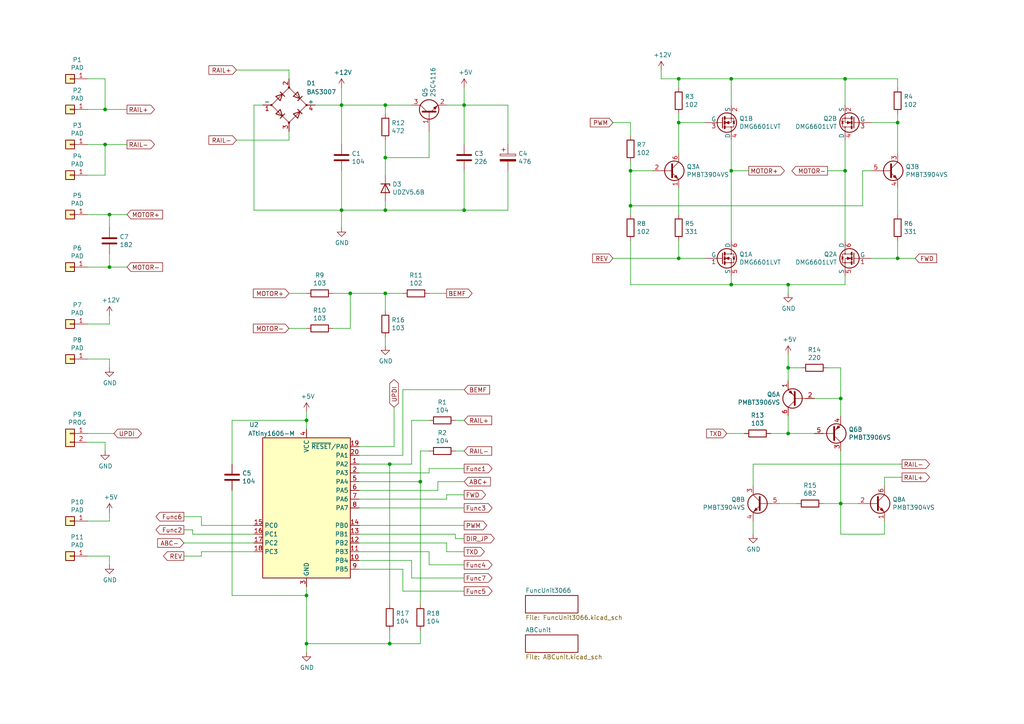
<source format=kicad_sch>
(kicad_sch (version 20230121) (generator eeschema)
  (paper "A4")
  (lib_symbols
    (symbol "6pin-mosfet:DMG6601LVT" (pin_names (offset 0))
      (property "Reference" "Q" (at 6.35 1.905 0))
      (property "Value" "DMG6601LVT" (at 6.35 0 0))
      (property "Footprint" "SOT-23-6" (at 6.35 -1.905 0))
      (property "Datasheet" "http://www.diodes.com/_files/datasheets/DMG6601LVT.pdf" (at 0 0 0))
      (symbol "DMG6601LVT_0_1"
        (polyline (pts (xy 0.635 -1.016) (xy 0.635 -1.651)) (stroke (width 0.508)))
        (polyline (pts (xy 0.635 0.381) (xy 0.635 -0.381)) (stroke (width 0.508)))
        (polyline (pts (xy 0.635 1.651) (xy 0.635 1.016)) (stroke (width 0.508)))
        (polyline (pts (xy 3.048 0.381) (xy 2.921 0.254)))
        (polyline (pts (xy 3.048 0.381) (xy 3.556 0.381)))
        (polyline (pts (xy 3.556 0.381) (xy 3.683 0.508)))
        (polyline (pts (xy 0 1.524) (xy 0 -1.524) (xy 0 -1.524)) (stroke (width 0.254)))
        (polyline (pts (xy 0.762 -1.27) (xy 2.54 -1.27) (xy 2.54 -2.54) (xy 2.54 -2.54)))
        (polyline (pts (xy 0.762 1.27) (xy 2.54 1.27) (xy 2.54 2.54) (xy 2.54 2.54)))
        (polyline (pts (xy 2.54 1.27) (xy 3.302 1.27) (xy 3.302 -1.27) (xy 2.54 -1.27)))
        (polyline (pts (xy 3.302 0.381) (xy 3.048 -0.254) (xy 3.556 -0.254) (xy 3.302 0.381)) (fill (type outline)))
        (polyline (pts (xy 0.889 0) (xy 1.905 0.381) (xy 1.905 -0.381) (xy 0.889 0) (xy 1.016 0) (xy 1.016 0)) (fill (type outline)))
        (circle (center 1.27 0) (radius 2.8194) (stroke (width 0.254)))
        (circle (center 2.54 -1.27) (radius 0.127))
        (circle (center 2.54 1.27) (radius 0.127))
      )
      (symbol "DMG6601LVT_1_1"
        (polyline (pts (xy 0.762 0) (xy 1.27 0) (xy 2.54 0) (xy 2.54 -1.27) (xy 2.54 -1.27)))
        (pin passive line (at -5.08 0 0) (length 5.08) (name "G") (number "1"))
        (pin passive line (at 2.54 -5.08 90) (length 2.54) (name "S") (number "5"))
        (pin passive line (at 2.54 5.08 270) (length 2.54) (name "D") (number "6"))
      )
      (symbol "DMG6601LVT_2_1"
        (polyline (pts (xy 1.27 0) (xy 2.54 0) (xy 2.54 1.27)))
        (pin passive line (at 2.54 5.08 270) (length 2.54) (name "S") (number "2"))
        (pin passive line (at -5.08 0 0) (length 5.08) (name "G") (number "3"))
        (pin passive line (at 2.54 -5.08 90) (length 2.54) (name "D") (number "4"))
      )
    )
    (symbol "Connector_Generic:Conn_01x01" (pin_names (offset 1.016) hide)
      (property "Reference" "J" (at 0 2.54 0))
      (property "Value" "Conn_01x01" (at 0 -2.54 0))
      (symbol "Conn_01x01_1_1"
        (rectangle (start -1.27 0.127) (end 0 -0.127) (stroke (width 0.1524)))
        (rectangle (start -1.27 1.27) (end 1.27 -1.27) (stroke (width 0.254)) (fill (type background)))
        (pin passive line (at -5.08 0 0) (length 3.81) (name "Pin_1") (number "1"))
      )
    )
    (symbol "Connector_Generic:Conn_01x02" (pin_names (offset 1.016) hide)
      (property "Reference" "J" (at 0 2.54 0))
      (property "Value" "Conn_01x02" (at 0 -5.08 0))
      (symbol "Conn_01x02_1_1"
        (rectangle (start -1.27 -2.413) (end 0 -2.667) (stroke (width 0.1524)))
        (rectangle (start -1.27 0.127) (end 0 -0.127) (stroke (width 0.1524)))
        (rectangle (start -1.27 1.27) (end 1.27 -3.81) (stroke (width 0.254)) (fill (type background)))
        (pin passive line (at -5.08 0 0) (length 3.81) (name "Pin_1") (number "1"))
        (pin passive line (at -5.08 -2.54 0) (length 3.81) (name "Pin_2") (number "2"))
      )
    )
    (symbol "Device:C" (pin_numbers hide) (pin_names (offset 0.254))
      (property "Reference" "C" (at 0.635 2.54 0))
      (property "Value" "C" (at 0.635 -2.54 0))
      (symbol "C_0_1"
        (polyline (pts (xy -2.032 -0.762) (xy 2.032 -0.762)) (stroke (width 0.508)))
        (polyline (pts (xy -2.032 0.762) (xy 2.032 0.762)) (stroke (width 0.508)))
      )
      (symbol "C_1_1"
        (pin passive line (at 0 3.81 270) (length 2.794) (name "~") (number "1"))
        (pin passive line (at 0 -3.81 90) (length 2.794) (name "~") (number "2"))
      )
    )
    (symbol "Device:D_Bridge_-AA+" (pin_names (offset 0))
      (property "Reference" "D" (at 2.54 6.985 0))
      (property "Value" "D_Bridge_-AA+" (at 2.54 5.08 0))
      (symbol "D_Bridge_-AA+_0_1"
        (circle (center -5.08 0) (radius 0.254) (fill (type outline)))
        (circle (center 0 -5.08) (radius 0.254) (fill (type outline)))
        (polyline (pts (xy -2.54 3.81) (xy -1.27 2.54)) (stroke (width 0.254)))
        (polyline (pts (xy -1.27 -2.54) (xy -2.54 -3.81)) (stroke (width 0.254)))
        (polyline (pts (xy 2.54 -1.27) (xy 3.81 -2.54)) (stroke (width 0.254)))
        (polyline (pts (xy 2.54 1.27) (xy 3.81 2.54)) (stroke (width 0.254)))
        (polyline (pts (xy -3.81 2.54) (xy -2.54 1.27) (xy -1.905 3.175) (xy -3.81 2.54)) (stroke (width 0.254)))
        (polyline (pts (xy -2.54 -1.27) (xy -3.81 -2.54) (xy -1.905 -3.175) (xy -2.54 -1.27)) (stroke (width 0.254)))
        (polyline (pts (xy 1.27 2.54) (xy 2.54 3.81) (xy 3.175 1.905) (xy 1.27 2.54)) (stroke (width 0.254)))
        (polyline (pts (xy 3.175 -1.905) (xy 1.27 -2.54) (xy 2.54 -3.81) (xy 3.175 -1.905)) (stroke (width 0.254)))
        (polyline (pts (xy -5.08 0) (xy 0 -5.08) (xy 5.08 0) (xy 0 5.08) (xy -5.08 0)))
        (circle (center 0 5.08) (radius 0.254) (fill (type outline)))
        (circle (center 5.08 0) (radius 0.254) (fill (type outline)))
      )
      (symbol "D_Bridge_-AA+_1_1"
        (pin passive line (at -7.62 0 0) (length 2.54) (name "-") (number "1"))
        (pin passive line (at 0 7.62 270) (length 2.54) (name "~") (number "2"))
        (pin passive line (at 0 -7.62 90) (length 2.54) (name "~") (number "3"))
        (pin passive line (at 7.62 0 180) (length 2.54) (name "+") (number "4"))
      )
    )
    (symbol "Device:D_Zener" (pin_numbers hide) (pin_names (offset 1.016) hide)
      (property "Reference" "D" (at 0 2.54 0))
      (property "Value" "D_Zener" (at 0 -2.54 0))
      (symbol "D_Zener_0_1"
        (polyline (pts (xy 1.27 0) (xy -1.27 0)))
        (polyline (pts (xy -1.27 -1.27) (xy -1.27 1.27) (xy -0.762 1.27)) (stroke (width 0.254)))
        (polyline (pts (xy 1.27 -1.27) (xy 1.27 1.27) (xy -1.27 0) (xy 1.27 -1.27)) (stroke (width 0.254)))
      )
      (symbol "D_Zener_1_1"
        (pin passive line (at -3.81 0 0) (length 2.54) (name "K") (number "1"))
        (pin passive line (at 3.81 0 180) (length 2.54) (name "A") (number "2"))
      )
    )
    (symbol "Device:Q_NPN_BEC" (pin_names (offset 0) hide)
      (property "Reference" "Q" (at 5.08 1.27 0))
      (property "Value" "Q_NPN_BEC" (at 5.08 -1.27 0))
      (symbol "Q_NPN_BEC_0_1"
        (polyline (pts (xy 0.635 0.635) (xy 2.54 2.54)))
        (polyline (pts (xy 0.635 -0.635) (xy 2.54 -2.54) (xy 2.54 -2.54)))
        (polyline (pts (xy 0.635 1.905) (xy 0.635 -1.905) (xy 0.635 -1.905)) (stroke (width 0.508)))
        (polyline (pts (xy 1.27 -1.778) (xy 1.778 -1.27) (xy 2.286 -2.286) (xy 1.27 -1.778) (xy 1.27 -1.778)) (fill (type outline)))
        (circle (center 1.27 0) (radius 2.8194) (stroke (width 0.254)))
      )
      (symbol "Q_NPN_BEC_1_1"
        (pin input line (at -5.08 0 0) (length 5.715) (name "B") (number "1"))
        (pin passive line (at 2.54 -5.08 90) (length 2.54) (name "E") (number "2"))
        (pin passive line (at 2.54 5.08 270) (length 2.54) (name "C") (number "3"))
      )
    )
    (symbol "Device:R" (pin_numbers hide) (pin_names (offset 0))
      (property "Reference" "R" (at 2.032 0 90))
      (property "Value" "R" (at 0 0 90))
      (symbol "R_0_1"
        (rectangle (start -1.016 -2.54) (end 1.016 2.54) (stroke (width 0.254)))
      )
      (symbol "R_1_1"
        (pin passive line (at 0 3.81 270) (length 1.27) (name "~") (number "1"))
        (pin passive line (at 0 -3.81 90) (length 1.27) (name "~") (number "2"))
      )
    )
    (symbol "MCU_Microchip_ATtiny:ATtiny1606-M"
      (property "Reference" "U" (at -12.7 21.59 0))
      (property "Value" "ATtiny1606-M" (at 2.54 -21.59 0))
      (symbol "ATtiny1606-M_0_1"
        (rectangle (start -12.7 -20.32) (end 12.7 20.32) (stroke (width 0.254)) (fill (type background)))
      )
      (symbol "ATtiny1606-M_1_1"
        (pin bidirectional line (at 15.24 12.7 180) (length 2.54) (name "PA2") (number "1"))
        (pin bidirectional line (at 15.24 -15.24 180) (length 2.54) (name "PB4") (number "10"))
        (pin bidirectional line (at 15.24 -12.7 180) (length 2.54) (name "PB3") (number "11"))
        (pin bidirectional line (at 15.24 -10.16 180) (length 2.54) (name "PB2") (number "12"))
        (pin bidirectional line (at 15.24 -7.62 180) (length 2.54) (name "PB1") (number "13"))
        (pin bidirectional line (at 15.24 -5.08 180) (length 2.54) (name "PB0") (number "14"))
        (pin bidirectional line (at -15.24 -5.08 0) (length 2.54) (name "PC0") (number "15"))
        (pin bidirectional line (at -15.24 -7.62 0) (length 2.54) (name "PC1") (number "16"))
        (pin bidirectional line (at -15.24 -10.16 0) (length 2.54) (name "PC2") (number "17"))
        (pin bidirectional line (at -15.24 -12.7 0) (length 2.54) (name "PC3") (number "18"))
        (pin bidirectional line (at 15.24 17.78 180) (length 2.54) (name "~{RESET}/PA0") (number "19"))
        (pin bidirectional line (at 15.24 10.16 180) (length 2.54) (name "PA3") (number "2"))
        (pin bidirectional line (at 15.24 15.24 180) (length 2.54) (name "PA1") (number "20"))
        (pin passive line (at 0 -22.86 90) (length 2.54) hide (name "GND") (number "21"))
        (pin power_in line (at 0 -22.86 90) (length 2.54) (name "GND") (number "3"))
        (pin power_in line (at 0 22.86 270) (length 2.54) (name "VCC") (number "4"))
        (pin bidirectional line (at 15.24 7.62 180) (length 2.54) (name "PA4") (number "5"))
        (pin bidirectional line (at 15.24 5.08 180) (length 2.54) (name "PA5") (number "6"))
        (pin bidirectional line (at 15.24 2.54 180) (length 2.54) (name "PA6") (number "7"))
        (pin bidirectional line (at 15.24 0 180) (length 2.54) (name "PA7") (number "8"))
        (pin bidirectional line (at 15.24 -17.78 180) (length 2.54) (name "PB5") (number "9"))
      )
    )
    (symbol "motordecoder2-rescue:CP-Device" (pin_numbers hide) (pin_names (offset 0.254))
      (property "Reference" "C" (at 0.635 2.54 0))
      (property "Value" "Device_CP" (at 0.635 -2.54 0))
      (symbol "CP-Device_0_1"
        (rectangle (start -2.286 0.508) (end 2.286 1.016))
        (polyline (pts (xy -1.778 2.286) (xy -0.762 2.286)))
        (polyline (pts (xy -1.27 2.794) (xy -1.27 1.778)))
        (rectangle (start 2.286 -0.508) (end -2.286 -1.016) (fill (type outline)))
      )
      (symbol "CP-Device_1_1"
        (pin passive line (at 0 3.81 270) (length 2.794) (name "~") (number "1"))
        (pin passive line (at 0 -3.81 90) (length 2.794) (name "~") (number "2"))
      )
    )
    (symbol "motordecoder2-rescue:Q_DUAL_NPN_NPN_E1B1C2E2B2C1-Device" (pin_names (offset 0) hide)
      (property "Reference" "Q" (at 5.08 1.27 0))
      (property "Value" "Device_Q_DUAL_NPN_NPN_E1B1C2E2B2C1" (at 5.08 -1.27 0))
      (symbol "Q_DUAL_NPN_NPN_E1B1C2E2B2C1-Device_0_1"
        (polyline (pts (xy 0.635 0) (xy -2.54 0)))
        (polyline (pts (xy 0.635 0.635) (xy 2.54 2.54)))
        (polyline (pts (xy 0.635 -0.635) (xy 2.54 -2.54) (xy 2.54 -2.54)))
        (polyline (pts (xy 0.635 1.905) (xy 0.635 -1.905) (xy 0.635 -1.905)) (stroke (width 0.508)))
        (polyline (pts (xy 1.27 -1.778) (xy 1.778 -1.27) (xy 2.286 -2.286) (xy 1.27 -1.778) (xy 1.27 -1.778)) (fill (type outline)))
        (circle (center 1.27 0) (radius 2.8194) (stroke (width 0.254)))
      )
      (symbol "Q_DUAL_NPN_NPN_E1B1C2E2B2C1-Device_1_1"
        (pin passive line (at 2.54 -5.08 90) (length 2.54) (name "E1") (number "1"))
        (pin input line (at -5.08 0 0) (length 2.54) (name "B1") (number "2"))
        (pin passive line (at 2.54 5.08 270) (length 2.54) (name "C1") (number "6"))
      )
      (symbol "Q_DUAL_NPN_NPN_E1B1C2E2B2C1-Device_2_1"
        (pin passive line (at 2.54 5.08 270) (length 2.54) (name "C2") (number "3"))
        (pin passive line (at 2.54 -5.08 90) (length 2.54) (name "E2") (number "4"))
        (pin input line (at -5.08 0 0) (length 2.54) (name "B2") (number "5"))
      )
    )
    (symbol "motordecoder2-rescue:Q_DUAL_PNP_PNP_E1B1C2E2B2C1-Device" (pin_names (offset 0) hide)
      (property "Reference" "Q" (at 5.08 1.27 0))
      (property "Value" "Device_Q_DUAL_PNP_PNP_E1B1C2E2B2C1" (at 5.08 -1.27 0))
      (symbol "Q_DUAL_PNP_PNP_E1B1C2E2B2C1-Device_0_1"
        (polyline (pts (xy 0.635 0) (xy -2.54 0)))
        (polyline (pts (xy 0.635 0.635) (xy 2.54 2.54)))
        (polyline (pts (xy 0.635 -0.635) (xy 2.54 -2.54) (xy 2.54 -2.54)))
        (polyline (pts (xy 0.635 1.905) (xy 0.635 -1.905) (xy 0.635 -1.905)) (stroke (width 0.508)))
        (polyline (pts (xy 2.286 -1.778) (xy 1.778 -2.286) (xy 1.27 -1.27) (xy 2.286 -1.778) (xy 2.286 -1.778)) (fill (type outline)))
        (circle (center 1.27 0) (radius 2.8194) (stroke (width 0.254)))
      )
      (symbol "Q_DUAL_PNP_PNP_E1B1C2E2B2C1-Device_1_1"
        (pin passive line (at 2.54 -5.08 90) (length 2.54) (name "E1") (number "1"))
        (pin input line (at -5.08 0 0) (length 2.54) (name "B1") (number "2"))
        (pin passive line (at 2.54 5.08 270) (length 2.54) (name "C1") (number "6"))
      )
      (symbol "Q_DUAL_PNP_PNP_E1B1C2E2B2C1-Device_2_1"
        (pin passive line (at 2.54 5.08 270) (length 2.54) (name "C2") (number "3"))
        (pin passive line (at 2.54 -5.08 90) (length 2.54) (name "E2") (number "4"))
        (pin input line (at -5.08 0 0) (length 2.54) (name "B2") (number "5"))
      )
    )
    (symbol "power:+12V" (power) (pin_names (offset 0))
      (property "Value" "+12V" (at 0 3.556 0))
      (symbol "+12V_0_1"
        (polyline (pts (xy -0.762 1.27) (xy 0 2.54)))
        (polyline (pts (xy 0 0) (xy 0 2.54)))
        (polyline (pts (xy 0 2.54) (xy 0.762 1.27)))
      )
      (symbol "+12V_1_1"
        (pin power_in line (at 0 0 90) (length 0) hide (name "+12V") (number "1"))
      )
    )
    (symbol "power:+5V" (power) (pin_names (offset 0))
      (property "Value" "+5V" (at 0 3.556 0))
      (symbol "+5V_0_1"
        (polyline (pts (xy -0.762 1.27) (xy 0 2.54)))
        (polyline (pts (xy 0 0) (xy 0 2.54)))
        (polyline (pts (xy 0 2.54) (xy 0.762 1.27)))
      )
      (symbol "+5V_1_1"
        (pin power_in line (at 0 0 90) (length 0) hide (name "+5V") (number "1"))
      )
    )
    (symbol "power:GND" (power) (pin_names (offset 0))
      (property "Value" "GND" (at 0 -3.81 0))
      (symbol "GND_0_1"
        (polyline (pts (xy 0 0) (xy 0 -1.27) (xy 1.27 -1.27) (xy 0 -2.54) (xy -1.27 -1.27) (xy 0 -1.27)))
      )
      (symbol "GND_1_1"
        (pin power_in line (at 0 0 270) (length 0) hide (name "GND") (number "1"))
      )
    )
  )
  (junction (at 196.85 74.93))
  (junction (at 228.6 106.68))
  (junction (at 212.09 22.86))
  (junction (at 30.48 31.75))
  (junction (at 182.88 49.53))
  (junction (at 111.76 30.48))
  (junction (at 245.11 49.53))
  (junction (at 88.9 172.72))
  (junction (at 111.76 60.96))
  (junction (at 111.76 45.72))
  (junction (at 134.62 60.96))
  (junction (at 260.35 35.56))
  (junction (at 111.76 85.09))
  (junction (at 31.75 77.47))
  (junction (at 113.03 186.69))
  (junction (at 228.6 82.55))
  (junction (at 212.09 49.53))
  (junction (at 243.84 115.57))
  (junction (at 99.06 60.96))
  (junction (at 212.09 82.55))
  (junction (at 113.03 134.62))
  (junction (at 245.11 22.86))
  (junction (at 121.92 139.7))
  (junction (at 228.6 125.73))
  (junction (at 31.75 62.23))
  (junction (at 101.6 85.09))
  (junction (at 88.9 121.92))
  (junction (at 243.84 146.05))
  (junction (at 196.85 22.86))
  (junction (at 88.9 186.69))
  (junction (at 182.88 59.69))
  (junction (at 30.48 41.91))
  (junction (at 134.62 30.48))
  (junction (at 99.06 30.48))
  (junction (at 260.35 74.93))
  (junction (at 196.85 35.56))
  (wire (pts (xy 58.42 152.4) (xy 73.66 152.4)))
  (wire (pts (xy 129.54 30.48) (xy 134.62 30.48)))
  (wire (pts (xy 182.88 49.53) (xy 189.23 49.53)))
  (wire (pts (xy 53.34 161.29) (xy 58.42 161.29)))
  (wire (pts (xy 104.14 132.08) (xy 116.84 132.08)))
  (wire (pts (xy 147.32 49.53) (xy 147.32 60.96)))
  (wire (pts (xy 55.88 153.67) (xy 55.88 154.94)))
  (wire (pts (xy 68.58 20.32) (xy 83.82 20.32)))
  (wire (pts (xy 31.75 151.13) (xy 31.75 148.59)))
  (wire (pts (xy 67.31 142.24) (xy 67.31 172.72)))
  (wire (pts (xy 182.88 39.37) (xy 182.88 35.56)))
  (wire (pts (xy 25.4 104.14) (xy 31.75 104.14)))
  (wire (pts (xy 67.31 172.72) (xy 88.9 172.72)))
  (wire (pts (xy 113.03 134.62) (xy 119.38 134.62)))
  (wire (pts (xy 132.08 121.92) (xy 134.62 121.92)))
  (wire (pts (xy 196.85 33.02) (xy 196.85 35.56)))
  (wire (pts (xy 260.35 25.4) (xy 260.35 22.86)))
  (wire (pts (xy 25.4 128.27) (xy 30.48 128.27)))
  (wire (pts (xy 67.31 134.62) (xy 67.31 121.92)))
  (wire (pts (xy 88.9 172.72) (xy 88.9 186.69)))
  (wire (pts (xy 83.82 38.1) (xy 83.82 40.64)))
  (wire (pts (xy 182.88 62.23) (xy 182.88 59.69)))
  (wire (pts (xy 260.35 74.93) (xy 265.43 74.93)))
  (wire (pts (xy 127 139.7) (xy 134.62 139.7)))
  (wire (pts (xy 119.38 167.64) (xy 134.62 167.64)))
  (wire (pts (xy 30.48 128.27) (xy 30.48 130.81)))
  (wire (pts (xy 121.92 186.69) (xy 113.03 186.69)))
  (wire (pts (xy 182.88 69.85) (xy 182.88 82.55)))
  (wire (pts (xy 88.9 121.92) (xy 88.9 119.38)))
  (wire (pts (xy 134.62 113.03) (xy 116.84 113.03)))
  (wire (pts (xy 25.4 41.91) (xy 30.48 41.91)))
  (wire (pts (xy 111.76 60.96) (xy 134.62 60.96)))
  (wire (pts (xy 113.03 175.26) (xy 113.03 134.62)))
  (wire (pts (xy 212.09 22.86) (xy 212.09 30.48)))
  (wire (pts (xy 55.88 154.94) (xy 73.66 154.94)))
  (wire (pts (xy 101.6 95.25) (xy 101.6 85.09)))
  (wire (pts (xy 111.76 85.09) (xy 116.84 85.09)))
  (wire (pts (xy 226.06 146.05) (xy 231.14 146.05)))
  (wire (pts (xy 104.14 139.7) (xy 121.92 139.7)))
  (wire (pts (xy 111.76 85.09) (xy 111.76 90.17)))
  (wire (pts (xy 83.82 40.64) (xy 68.58 40.64)))
  (wire (pts (xy 104.14 144.78) (xy 129.54 144.78)))
  (wire (pts (xy 243.84 130.81) (xy 243.84 146.05)))
  (wire (pts (xy 124.46 135.89) (xy 134.62 135.89)))
  (wire (pts (xy 88.9 95.25) (xy 83.82 95.25)))
  (wire (pts (xy 121.92 130.81) (xy 121.92 139.7)))
  (wire (pts (xy 119.38 30.48) (xy 111.76 30.48)))
  (wire (pts (xy 261.62 138.43) (xy 256.54 138.43)))
  (wire (pts (xy 245.11 69.85) (xy 245.11 49.53)))
  (wire (pts (xy 236.22 115.57) (xy 243.84 115.57)))
  (wire (pts (xy 31.75 77.47) (xy 36.83 77.47)))
  (wire (pts (xy 256.54 154.94) (xy 256.54 151.13)))
  (wire (pts (xy 261.62 134.62) (xy 218.44 134.62)))
  (wire (pts (xy 88.9 170.18) (xy 88.9 172.72)))
  (wire (pts (xy 218.44 151.13) (xy 218.44 154.94)))
  (wire (pts (xy 99.06 60.96) (xy 111.76 60.96)))
  (wire (pts (xy 243.84 146.05) (xy 248.92 146.05)))
  (wire (pts (xy 31.75 161.29) (xy 31.75 163.83)))
  (wire (pts (xy 245.11 82.55) (xy 228.6 82.55)))
  (wire (pts (xy 147.32 60.96) (xy 134.62 60.96)))
  (wire (pts (xy 67.31 121.92) (xy 88.9 121.92)))
  (wire (pts (xy 31.75 62.23) (xy 31.75 66.04)))
  (wire (pts (xy 121.92 139.7) (xy 121.92 175.26)))
  (wire (pts (xy 182.88 59.69) (xy 250.19 59.69)))
  (wire (pts (xy 228.6 82.55) (xy 212.09 82.55)))
  (wire (pts (xy 147.32 41.91) (xy 147.32 30.48)))
  (wire (pts (xy 196.85 35.56) (xy 196.85 44.45)))
  (wire (pts (xy 147.32 30.48) (xy 134.62 30.48)))
  (wire (pts (xy 119.38 121.92) (xy 124.46 121.92)))
  (wire (pts (xy 196.85 74.93) (xy 204.47 74.93)))
  (wire (pts (xy 91.44 30.48) (xy 99.06 30.48)))
  (wire (pts (xy 212.09 49.53) (xy 217.17 49.53)))
  (wire (pts (xy 228.6 120.65) (xy 228.6 125.73)))
  (wire (pts (xy 83.82 22.86) (xy 83.82 20.32)))
  (wire (pts (xy 73.66 30.48) (xy 73.66 60.96)))
  (wire (pts (xy 119.38 121.92) (xy 119.38 134.62)))
  (wire (pts (xy 223.52 125.73) (xy 228.6 125.73)))
  (wire (pts (xy 25.4 77.47) (xy 31.75 77.47)))
  (wire (pts (xy 182.88 46.99) (xy 182.88 49.53)))
  (wire (pts (xy 134.62 30.48) (xy 134.62 41.91)))
  (wire (pts (xy 99.06 60.96) (xy 99.06 66.04)))
  (wire (pts (xy 182.88 35.56) (xy 177.8 35.56)))
  (wire (pts (xy 31.75 93.98) (xy 31.75 91.44)))
  (wire (pts (xy 116.84 113.03) (xy 116.84 132.08)))
  (wire (pts (xy 53.34 153.67) (xy 55.88 153.67)))
  (wire (pts (xy 99.06 41.91) (xy 99.06 30.48)))
  (wire (pts (xy 245.11 30.48) (xy 245.11 22.86)))
  (wire (pts (xy 113.03 186.69) (xy 113.03 182.88)))
  (wire (pts (xy 111.76 45.72) (xy 111.76 40.64)))
  (wire (pts (xy 30.48 41.91) (xy 36.83 41.91)))
  (wire (pts (xy 58.42 160.02) (xy 73.66 160.02)))
  (wire (pts (xy 104.14 152.4) (xy 134.62 152.4)))
  (wire (pts (xy 101.6 85.09) (xy 96.52 85.09)))
  (wire (pts (xy 99.06 30.48) (xy 111.76 30.48)))
  (wire (pts (xy 134.62 25.4) (xy 134.62 30.48)))
  (wire (pts (xy 30.48 22.86) (xy 30.48 31.75)))
  (wire (pts (xy 104.14 137.16) (xy 124.46 137.16)))
  (wire (pts (xy 25.4 62.23) (xy 31.75 62.23)))
  (wire (pts (xy 58.42 161.29) (xy 58.42 160.02)))
  (wire (pts (xy 243.84 154.94) (xy 243.84 146.05)))
  (wire (pts (xy 245.11 80.01) (xy 245.11 82.55)))
  (wire (pts (xy 196.85 35.56) (xy 204.47 35.56)))
  (wire (pts (xy 121.92 182.88) (xy 121.92 186.69)))
  (wire (pts (xy 121.92 130.81) (xy 124.46 130.81)))
  (wire (pts (xy 218.44 134.62) (xy 218.44 140.97)))
  (wire (pts (xy 129.54 160.02) (xy 134.62 160.02)))
  (wire (pts (xy 99.06 49.53) (xy 99.06 60.96)))
  (wire (pts (xy 232.41 106.68) (xy 228.6 106.68)))
  (wire (pts (xy 111.76 58.42) (xy 111.76 60.96)))
  (wire (pts (xy 124.46 163.83) (xy 134.62 163.83)))
  (wire (pts (xy 260.35 44.45) (xy 260.35 35.56)))
  (wire (pts (xy 182.88 82.55) (xy 212.09 82.55)))
  (wire (pts (xy 104.14 134.62) (xy 113.03 134.62)))
  (wire (pts (xy 30.48 50.8) (xy 30.48 41.91)))
  (wire (pts (xy 129.54 144.78) (xy 129.54 143.51)))
  (wire (pts (xy 53.34 149.86) (xy 58.42 149.86)))
  (wire (pts (xy 58.42 149.86) (xy 58.42 152.4)))
  (wire (pts (xy 240.03 106.68) (xy 243.84 106.68)))
  (wire (pts (xy 228.6 106.68) (xy 228.6 110.49)))
  (wire (pts (xy 243.84 106.68) (xy 243.84 115.57)))
  (wire (pts (xy 73.66 60.96) (xy 99.06 60.96)))
  (wire (pts (xy 212.09 40.64) (xy 212.09 49.53)))
  (wire (pts (xy 196.85 69.85) (xy 196.85 74.93)))
  (wire (pts (xy 256.54 138.43) (xy 256.54 140.97)))
  (wire (pts (xy 114.3 129.54) (xy 114.3 118.11)))
  (wire (pts (xy 104.14 160.02) (xy 124.46 160.02)))
  (wire (pts (xy 210.82 125.73) (xy 215.9 125.73)))
  (wire (pts (xy 25.4 151.13) (xy 31.75 151.13)))
  (wire (pts (xy 252.73 74.93) (xy 260.35 74.93)))
  (wire (pts (xy 228.6 125.73) (xy 236.22 125.73)))
  (wire (pts (xy 104.14 142.24) (xy 127 142.24)))
  (wire (pts (xy 238.76 146.05) (xy 243.84 146.05)))
  (wire (pts (xy 245.11 49.53) (xy 245.11 40.64)))
  (wire (pts (xy 88.9 186.69) (xy 88.9 189.23)))
  (wire (pts (xy 111.76 50.8) (xy 111.76 45.72)))
  (wire (pts (xy 196.85 22.86) (xy 212.09 22.86)))
  (wire (pts (xy 76.2 30.48) (xy 73.66 30.48)))
  (wire (pts (xy 182.88 49.53) (xy 182.88 59.69)))
  (wire (pts (xy 104.14 129.54) (xy 114.3 129.54)))
  (wire (pts (xy 111.76 45.72) (xy 124.46 45.72)))
  (wire (pts (xy 124.46 137.16) (xy 124.46 135.89)))
  (wire (pts (xy 260.35 22.86) (xy 245.11 22.86)))
  (wire (pts (xy 243.84 115.57) (xy 243.84 120.65)))
  (wire (pts (xy 260.35 35.56) (xy 260.35 33.02)))
  (wire (pts (xy 132.08 154.94) (xy 132.08 156.21)))
  (wire (pts (xy 132.08 130.81) (xy 134.62 130.81)))
  (wire (pts (xy 260.35 62.23) (xy 260.35 54.61)))
  (wire (pts (xy 111.76 33.02) (xy 111.76 30.48)))
  (wire (pts (xy 53.34 157.48) (xy 73.66 157.48)))
  (wire (pts (xy 250.19 49.53) (xy 250.19 59.69)))
  (wire (pts (xy 212.09 22.86) (xy 245.11 22.86)))
  (wire (pts (xy 88.9 124.46) (xy 88.9 121.92)))
  (wire (pts (xy 196.85 62.23) (xy 196.85 54.61)))
  (wire (pts (xy 104.14 147.32) (xy 134.62 147.32)))
  (wire (pts (xy 243.84 154.94) (xy 256.54 154.94)))
  (wire (pts (xy 104.14 154.94) (xy 132.08 154.94)))
  (wire (pts (xy 196.85 22.86) (xy 191.77 22.86)))
  (wire (pts (xy 25.4 161.29) (xy 31.75 161.29)))
  (wire (pts (xy 88.9 85.09) (xy 83.82 85.09)))
  (wire (pts (xy 101.6 85.09) (xy 111.76 85.09)))
  (wire (pts (xy 119.38 162.56) (xy 119.38 167.64)))
  (wire (pts (xy 245.11 49.53) (xy 240.03 49.53)))
  (wire (pts (xy 212.09 49.53) (xy 212.09 69.85)))
  (wire (pts (xy 127 142.24) (xy 127 139.7)))
  (wire (pts (xy 99.06 25.4) (xy 99.06 30.48)))
  (wire (pts (xy 132.08 156.21) (xy 134.62 156.21)))
  (wire (pts (xy 124.46 160.02) (xy 124.46 163.83)))
  (wire (pts (xy 104.14 162.56) (xy 119.38 162.56)))
  (wire (pts (xy 177.8 74.93) (xy 196.85 74.93)))
  (wire (pts (xy 31.75 62.23) (xy 36.83 62.23)))
  (wire (pts (xy 124.46 45.72) (xy 124.46 38.1)))
  (wire (pts (xy 212.09 82.55) (xy 212.09 80.01)))
  (wire (pts (xy 25.4 22.86) (xy 30.48 22.86)))
  (wire (pts (xy 134.62 49.53) (xy 134.62 60.96)))
  (wire (pts (xy 96.52 95.25) (xy 101.6 95.25)))
  (wire (pts (xy 191.77 22.86) (xy 191.77 20.32)))
  (wire (pts (xy 104.14 157.48) (xy 129.54 157.48)))
  (wire (pts (xy 25.4 93.98) (xy 31.75 93.98)))
  (wire (pts (xy 104.14 165.1) (xy 116.84 165.1)))
  (wire (pts (xy 31.75 73.66) (xy 31.75 77.47)))
  (wire (pts (xy 260.35 69.85) (xy 260.35 74.93)))
  (wire (pts (xy 30.48 31.75) (xy 36.83 31.75)))
  (wire (pts (xy 252.73 35.56) (xy 260.35 35.56)))
  (wire (pts (xy 31.75 104.14) (xy 31.75 106.68)))
  (wire (pts (xy 228.6 106.68) (xy 228.6 102.87)))
  (wire (pts (xy 129.54 157.48) (xy 129.54 160.02)))
  (wire (pts (xy 124.46 85.09) (xy 129.54 85.09)))
  (wire (pts (xy 228.6 82.55) (xy 228.6 85.09)))
  (wire (pts (xy 25.4 50.8) (xy 30.48 50.8)))
  (wire (pts (xy 116.84 171.45) (xy 134.62 171.45)))
  (wire (pts (xy 116.84 165.1) (xy 116.84 171.45)))
  (wire (pts (xy 129.54 143.51) (xy 134.62 143.51)))
  (wire (pts (xy 111.76 97.79) (xy 111.76 100.33)))
  (wire (pts (xy 25.4 31.75) (xy 30.48 31.75)))
  (wire (pts (xy 196.85 25.4) (xy 196.85 22.86)))
  (wire (pts (xy 25.4 125.73) (xy 33.02 125.73)))
  (wire (pts (xy 113.03 186.69) (xy 88.9 186.69)))
  (wire (pts (xy 252.73 49.53) (xy 250.19 49.53)))
  (global_label "Func2" (shape output) (at 53.34 153.67 180) (property "Intersheetrefs" "${INTERSHEET_REFS}" (effects hide)))
  (global_label "UPDI" (shape bidirectional) (at 114.3 118.11 90) (property "Intersheetrefs" "${INTERSHEET_REFS}" (effects hide)))
  (global_label "FWD" (shape output) (at 134.62 143.51 0) (property "Intersheetrefs" "${INTERSHEET_REFS}" (effects hide)))
  (global_label "RAIL+" (shape input) (at 134.62 121.92 0) (property "Intersheetrefs" "${INTERSHEET_REFS}" (effects hide)))
  (global_label "TXD" (shape input) (at 210.82 125.73 180) (property "Intersheetrefs" "${INTERSHEET_REFS}" (effects hide)))
  (global_label "TXD" (shape output) (at 134.62 160.02 0) (property "Intersheetrefs" "${INTERSHEET_REFS}" (effects hide)))
  (global_label "DIR_JP" (shape output) (at 134.62 156.21 0) (property "Intersheetrefs" "${INTERSHEET_REFS}" (effects hide)))
  (global_label "Func7" (shape output) (at 134.62 167.64 0) (property "Intersheetrefs" "${INTERSHEET_REFS}" (effects hide)))
  (global_label "PWM" (shape output) (at 134.62 152.4 0) (property "Intersheetrefs" "${INTERSHEET_REFS}" (effects hide)))
  (global_label "MOTOR-" (shape output) (at 240.03 49.53 180) (property "Intersheetrefs" "${INTERSHEET_REFS}" (effects hide)))
  (global_label "RAIL-" (shape output) (at 36.83 41.91 0) (property "Intersheetrefs" "${INTERSHEET_REFS}" (effects hide)))
  (global_label "REV" (shape input) (at 177.8 74.93 180) (property "Intersheetrefs" "${INTERSHEET_REFS}" (effects hide)))
  (global_label "Func3" (shape output) (at 134.62 147.32 0) (property "Intersheetrefs" "${INTERSHEET_REFS}" (effects hide)))
  (global_label "MOTOR+" (shape output) (at 217.17 49.53 0) (property "Intersheetrefs" "${INTERSHEET_REFS}" (effects hide)))
  (global_label "UPDI" (shape bidirectional) (at 33.02 125.73 0) (property "Intersheetrefs" "${INTERSHEET_REFS}" (effects hide)))
  (global_label "MOTOR-" (shape input) (at 36.83 77.47 0) (property "Intersheetrefs" "${INTERSHEET_REFS}" (effects hide)))
  (global_label "RAIL-" (shape input) (at 68.58 40.64 180) (property "Intersheetrefs" "${INTERSHEET_REFS}" (effects hide)))
  (global_label "PWM" (shape input) (at 177.8 35.56 180) (property "Intersheetrefs" "${INTERSHEET_REFS}" (effects hide)))
  (global_label "Func5" (shape output) (at 134.62 171.45 0) (property "Intersheetrefs" "${INTERSHEET_REFS}" (effects hide)))
  (global_label "RAIL+" (shape output) (at 261.62 138.43 0) (property "Intersheetrefs" "${INTERSHEET_REFS}" (effects hide)))
  (global_label "MOTOR-" (shape input) (at 83.82 95.25 180) (property "Intersheetrefs" "${INTERSHEET_REFS}" (effects hide)))
  (global_label "MOTOR+" (shape input) (at 36.83 62.23 0) (property "Intersheetrefs" "${INTERSHEET_REFS}" (effects hide)))
  (global_label "Func6" (shape output) (at 53.34 149.86 180) (property "Intersheetrefs" "${INTERSHEET_REFS}" (effects hide)))
  (global_label "RAIL+" (shape input) (at 68.58 20.32 180) (property "Intersheetrefs" "${INTERSHEET_REFS}" (effects hide)))
  (global_label "MOTOR+" (shape input) (at 83.82 85.09 180) (property "Intersheetrefs" "${INTERSHEET_REFS}" (effects hide)))
  (global_label "ABC+" (shape input) (at 134.62 139.7 0) (property "Intersheetrefs" "${INTERSHEET_REFS}" (effects hide)))
  (global_label "BEMF" (shape input) (at 134.62 113.03 0) (property "Intersheetrefs" "${INTERSHEET_REFS}" (effects hide)))
  (global_label "RAIL-" (shape output) (at 261.62 134.62 0) (property "Intersheetrefs" "${INTERSHEET_REFS}" (effects hide)))
  (global_label "ABC-" (shape input) (at 53.34 157.48 180) (property "Intersheetrefs" "${INTERSHEET_REFS}" (effects hide)))
  (global_label "BEMF" (shape output) (at 129.54 85.09 0) (property "Intersheetrefs" "${INTERSHEET_REFS}" (effects hide)))
  (global_label "RAIL+" (shape output) (at 36.83 31.75 0) (property "Intersheetrefs" "${INTERSHEET_REFS}" (effects hide)))
  (global_label "Func4" (shape output) (at 134.62 163.83 0) (property "Intersheetrefs" "${INTERSHEET_REFS}" (effects hide)))
  (global_label "RAIL-" (shape input) (at 134.62 130.81 0) (property "Intersheetrefs" "${INTERSHEET_REFS}" (effects hide)))
  (global_label "Func1" (shape output) (at 134.62 135.89 0) (property "Intersheetrefs" "${INTERSHEET_REFS}" (effects hide)))
  (global_label "FWD" (shape input) (at 265.43 74.93 0) (property "Intersheetrefs" "${INTERSHEET_REFS}" (effects hide)))
  (global_label "REV" (shape output) (at 53.34 161.29 180) (property "Intersheetrefs" "${INTERSHEET_REFS}" (effects hide)))
  (symbol (lib_id "Device:D_Bridge_-AA+") (at 83.82 30.48 0) (unit 1)
    (property "Reference" "D1" (at 88.9 24.13 0) (effects (justify left)))
    (property "Value" "BAS3007" (at 88.9 26.67 0) (effects (justify left)))
    (property "Footprint" "footprint:SOT-143" (effects hide))
  )
  (symbol (lib_id "Device:C") (at 134.62 45.72 0) (unit 1)
    (property "Reference" "C3" (at 137.541 44.5516 0) (effects (justify left)))
    (property "Value" "226" (at 137.541 46.863 0) (effects (justify left)))
    (property "Footprint" "footprint:C_1608" (effects hide))
  )
  (symbol (lib_id "Device:C") (at 99.06 45.72 0) (unit 1)
    (property "Reference" "C1" (at 101.981 44.5516 0) (effects (justify left)))
    (property "Value" "104" (at 101.981 46.863 0) (effects (justify left)))
    (property "Footprint" "footprint:C_1005_v2" (effects hide))
  )
  (symbol (lib_id "power:+5V") (at 134.62 25.4 0) (unit 1)
    (property "Reference" "#PWR0106" (effects hide))
    (property "Value" "+5V" (at 135.001 21.0058 0))
  )
  (symbol (lib_id "power:+12V") (at 99.06 25.4 0) (unit 1)
    (property "Reference" "#PWR0101" (effects hide))
    (property "Value" "+12V" (at 99.441 21.0058 0))
  )
  (symbol (lib_id "power:GND") (at 99.06 66.04 0) (unit 1)
    (property "Reference" "#PWR0102" (effects hide))
    (property "Value" "GND" (at 99.187 70.4342 0))
  )
  (symbol (lib_id "power:GND") (at 88.9 189.23 0) (unit 1)
    (property "Reference" "#PWR0103" (effects hide))
    (property "Value" "GND" (at 89.027 193.6242 0))
  )
  (symbol (lib_id "power:+5V") (at 88.9 119.38 0) (unit 1)
    (property "Reference" "#PWR0104" (effects hide))
    (property "Value" "+5V" (at 89.281 114.9858 0))
  )
  (symbol (lib_id "power:+12V") (at 191.77 20.32 0) (unit 1)
    (property "Reference" "#PWR0105" (effects hide))
    (property "Value" "+12V" (at 192.151 15.9258 0))
  )
  (symbol (lib_id "6pin-mosfet:DMG6601LVT") (at 209.55 74.93 0) (unit 1)
    (property "Reference" "Q1" (at 214.4014 73.7616 0) (effects (justify left)))
    (property "Value" "DMG6601LVT" (at 214.4014 76.073 0) (effects (justify left)))
    (property "Footprint" "footprint:SOT-23-6" (effects hide))
    (property "Datasheet" "http://www.diodes.com/_files/datasheets/DMG6601LVT.pdf" (effects hide))
  )
  (symbol (lib_id "6pin-mosfet:DMG6601LVT") (at 209.55 35.56 0) (unit 2)
    (property "Reference" "Q1" (at 214.4014 34.3916 0) (effects (justify left)))
    (property "Value" "DMG6601LVT" (at 214.4014 36.703 0) (effects (justify left)))
    (property "Footprint" "footprint:SOT-23-6" (effects hide))
    (property "Datasheet" "http://www.diodes.com/_files/datasheets/DMG6601LVT.pdf" (effects hide))
  )
  (symbol (lib_id "Device:R") (at 196.85 29.21 0) (unit 1)
    (property "Reference" "R3" (at 198.628 28.0416 0) (effects (justify left)))
    (property "Value" "102" (at 198.628 30.353 0) (effects (justify left)))
    (property "Footprint" "footprint:R_1005" (effects hide))
  )
  (symbol (lib_id "Device:R") (at 196.85 66.04 0) (unit 1)
    (property "Reference" "R5" (at 198.628 64.8716 0) (effects (justify left)))
    (property "Value" "331" (at 198.628 67.183 0) (effects (justify left)))
    (property "Footprint" "footprint:R_1005" (effects hide))
  )
  (symbol (lib_id "Device:R") (at 260.35 66.04 0) (unit 1)
    (property "Reference" "R6" (at 262.128 64.8716 0) (effects (justify left)))
    (property "Value" "331" (at 262.128 67.183 0) (effects (justify left)))
    (property "Footprint" "footprint:R_1005" (effects hide))
  )
  (symbol (lib_id "6pin-mosfet:DMG6601LVT") (at 247.65 74.93 0) (mirror y) (unit 1)
    (property "Reference" "Q2" (at 242.7986 73.7616 0) (effects (justify left)))
    (property "Value" "DMG6601LVT" (at 242.7986 76.073 0) (effects (justify left)))
    (property "Footprint" "footprint:SOT-23-6" (effects hide))
    (property "Datasheet" "http://www.diodes.com/_files/datasheets/DMG6601LVT.pdf" (effects hide))
  )
  (symbol (lib_id "6pin-mosfet:DMG6601LVT") (at 247.65 35.56 0) (mirror y) (unit 2)
    (property "Reference" "Q2" (at 242.7986 34.3916 0) (effects (justify left)))
    (property "Value" "DMG6601LVT" (at 242.7986 36.703 0) (effects (justify left)))
    (property "Footprint" "footprint:SOT-23-6" (effects hide))
    (property "Datasheet" "http://www.diodes.com/_files/datasheets/DMG6601LVT.pdf" (effects hide))
  )
  (symbol (lib_id "Device:R") (at 111.76 36.83 0) (unit 1)
    (property "Reference" "R12" (at 113.538 35.6616 0) (effects (justify left)))
    (property "Value" "472" (at 113.538 37.973 0) (effects (justify left)))
    (property "Footprint" "footprint:R_1005" (effects hide))
  )
  (symbol (lib_id "Device:D_Zener") (at 111.76 54.61 270) (unit 1)
    (property "Reference" "D3" (at 113.792 53.4416 90) (effects (justify left)))
    (property "Value" "UDZV5.6B" (at 113.792 55.753 90) (effects (justify left)))
    (property "Footprint" "footprint:UMD2" (effects hide))
  )
  (symbol (lib_id "Device:Q_NPN_BEC") (at 124.46 33.02 90) (unit 1)
    (property "Reference" "Q5" (at 123.2916 28.194 0) (effects (justify left)))
    (property "Value" "2SC4116" (at 125.603 28.194 0) (effects (justify left)))
    (property "Footprint" "footprint:SC-70_v2" (effects hide))
  )
  (symbol (lib_id "Device:R") (at 260.35 29.21 0) (unit 1)
    (property "Reference" "R4" (at 262.128 28.0416 0) (effects (justify left)))
    (property "Value" "102" (at 262.128 30.353 0) (effects (justify left)))
    (property "Footprint" "footprint:R_1005" (effects hide))
  )
  (symbol (lib_id "power:GND") (at 228.6 85.09 0) (unit 1)
    (property "Reference" "#PWR0107" (effects hide))
    (property "Value" "GND" (at 228.727 89.4842 0))
  )
  (symbol (lib_id "Device:R") (at 182.88 43.18 0) (unit 1)
    (property "Reference" "R7" (at 184.658 42.0116 0) (effects (justify left)))
    (property "Value" "102" (at 184.658 44.323 0) (effects (justify left)))
    (property "Footprint" "footprint:R_1005" (effects hide))
  )
  (symbol (lib_id "Device:R") (at 182.88 66.04 0) (unit 1)
    (property "Reference" "R8" (at 184.658 64.8716 0) (effects (justify left)))
    (property "Value" "102" (at 184.658 67.183 0) (effects (justify left)))
    (property "Footprint" "footprint:R_1005" (effects hide))
  )
  (symbol (lib_id "Device:R") (at 92.71 85.09 270) (unit 1)
    (property "Reference" "R9" (at 92.71 79.8322 90))
    (property "Value" "103" (at 92.71 82.1436 90))
    (property "Footprint" "footprint:R_1005" (effects hide))
  )
  (symbol (lib_id "Device:R") (at 92.71 95.25 270) (unit 1)
    (property "Reference" "R10" (at 92.71 89.9922 90))
    (property "Value" "103" (at 92.71 92.3036 90))
    (property "Footprint" "footprint:R_1005" (effects hide))
  )
  (symbol (lib_id "power:GND") (at 111.76 100.33 0) (unit 1)
    (property "Reference" "#PWR0108" (effects hide))
    (property "Value" "GND" (at 111.887 104.7242 0))
  )
  (symbol (lib_id "Device:R") (at 120.65 85.09 270) (unit 1)
    (property "Reference" "R11" (at 120.65 79.8322 90))
    (property "Value" "102" (at 120.65 82.1436 90))
    (property "Footprint" "footprint:R_1005" (effects hide))
  )
  (symbol (lib_id "Connector_Generic:Conn_01x01") (at 20.32 22.86 0) (mirror y) (unit 1)
    (property "Reference" "P1" (at 22.4028 17.3482 0))
    (property "Value" "PAD" (at 22.4028 19.6596 0))
    (property "Footprint" "footprint:KATO_FRAMEPAD_3066_v2" (effects hide))
  )
  (symbol (lib_id "Connector_Generic:Conn_01x01") (at 20.32 41.91 0) (mirror y) (unit 1)
    (property "Reference" "P3" (at 22.4028 36.3982 0))
    (property "Value" "PAD" (at 22.4028 38.7096 0))
    (property "Footprint" "footprint:KATO_FRAMEPAD_3066_v2" (effects hide))
  )
  (symbol (lib_id "Connector_Generic:Conn_01x01") (at 20.32 62.23 0) (mirror y) (unit 1)
    (property "Reference" "P5" (at 22.4028 56.7182 0))
    (property "Value" "PAD" (at 22.4028 59.0296 0))
    (property "Footprint" "footprint:KATO_MOTORPAD_3066" (effects hide))
  )
  (symbol (lib_id "Connector_Generic:Conn_01x01") (at 20.32 77.47 0) (mirror y) (unit 1)
    (property "Reference" "P6" (at 22.4028 71.9582 0))
    (property "Value" "PAD" (at 22.4028 74.2696 0))
    (property "Footprint" "footprint:KATO_MOTORPAD_3066" (effects hide))
  )
  (symbol (lib_id "Device:C") (at 31.75 69.85 0) (unit 1)
    (property "Reference" "C7" (at 34.671 68.6816 0) (effects (justify left)))
    (property "Value" "182" (at 34.671 70.993 0) (effects (justify left)))
    (property "Footprint" "footprint:C_1005_v2" (effects hide))
  )
  (symbol (lib_id "Connector_Generic:Conn_01x01") (at 20.32 93.98 0) (mirror y) (unit 1)
    (property "Reference" "P7" (at 22.4028 88.4682 0))
    (property "Value" "PAD" (at 22.4028 90.7796 0))
    (property "Footprint" "footprint:PAD_0.7x0.9_SMD" (effects hide))
  )
  (symbol (lib_id "Connector_Generic:Conn_01x01") (at 20.32 104.14 0) (mirror y) (unit 1)
    (property "Reference" "P8" (at 22.4028 98.6282 0))
    (property "Value" "PAD" (at 22.4028 100.9396 0))
    (property "Footprint" "footprint:PAD_0.6x1.0_SMD" (effects hide))
  )
  (symbol (lib_id "power:+12V") (at 31.75 91.44 0) (unit 1)
    (property "Reference" "#PWR0109" (effects hide))
    (property "Value" "+12V" (at 32.131 87.0458 0))
  )
  (symbol (lib_id "power:GND") (at 31.75 106.68 0) (unit 1)
    (property "Reference" "#PWR0110" (effects hide))
    (property "Value" "GND" (at 31.877 111.0742 0))
  )
  (symbol (lib_id "power:GND") (at 30.48 130.81 0) (unit 1)
    (property "Reference" "#PWR0111" (effects hide))
    (property "Value" "GND" (at 30.607 135.2042 0))
  )
  (symbol (lib_id "MCU_Microchip_ATtiny:ATtiny1606-M") (at 88.9 147.32 0) (unit 1)
    (property "Reference" "U2" (at 73.66 123.19 0))
    (property "Value" "ATtiny1606-M" (at 78.74 125.73 0))
    (property "Footprint" "footprint:VQFN-20-1EP_3x3mm_P0.4mm_EP1.7x1.7mm" (effects hide))
    (property "Datasheet" "http://ww1.microchip.com/downloads/en/DeviceDoc/ATtiny806_1606_Data_Sheet_40002029A.pdf" (effects hide))
  )
  (symbol (lib_id "Connector_Generic:Conn_01x02") (at 20.32 125.73 0) (mirror y) (unit 1)
    (property "Reference" "P9" (at 22.4028 120.2182 0))
    (property "Value" "PROG" (at 22.4028 122.5296 0))
    (property "Footprint" "footprint:PAD_PROG_2PIN_HOLE0.7" (effects hide))
  )
  (symbol (lib_id "Device:R") (at 219.71 125.73 270) (unit 1)
    (property "Reference" "R13" (at 219.71 120.4722 90))
    (property "Value" "103" (at 219.71 122.7836 90))
    (property "Footprint" "footprint:R_1005" (effects hide))
  )
  (symbol (lib_id "power:+5V") (at 228.6 102.87 0) (unit 1)
    (property "Reference" "#PWR0112" (effects hide))
    (property "Value" "+5V" (at 228.981 98.4758 0))
  )
  (symbol (lib_id "Device:R") (at 234.95 146.05 270) (unit 1)
    (property "Reference" "R15" (at 234.95 140.7922 90))
    (property "Value" "682" (at 234.95 143.1036 90))
    (property "Footprint" "footprint:R_1005" (effects hide))
  )
  (symbol (lib_id "motordecoder2-rescue:Q_DUAL_NPN_NPN_E1B1C2E2B2C1-Device") (at 194.31 49.53 0) (unit 1)
    (property "Reference" "Q3" (at 199.136 48.3616 0) (effects (justify left)))
    (property "Value" "PMBT3904VS" (at 199.136 50.673 0) (effects (justify left)))
    (property "Footprint" "footprint:SOT-666-nomark" (effects hide))
  )
  (symbol (lib_id "motordecoder2-rescue:Q_DUAL_NPN_NPN_E1B1C2E2B2C1-Device") (at 257.81 49.53 0) (unit 2)
    (property "Reference" "Q3" (at 262.636 48.3616 0) (effects (justify left)))
    (property "Value" "PMBT3904VS" (at 262.636 50.673 0) (effects (justify left)))
    (property "Footprint" "footprint:SOT-666-nomark" (effects hide))
  )
  (symbol (lib_id "motordecoder2-rescue:Q_DUAL_NPN_NPN_E1B1C2E2B2C1-Device") (at 220.98 146.05 0) (mirror y) (unit 2)
    (property "Reference" "Q8" (at 216.1286 144.8816 0) (effects (justify left)))
    (property "Value" "PMBT3904VS" (at 216.1286 147.193 0) (effects (justify left)))
    (property "Footprint" "footprint:SOT-666-nomark" (effects hide))
  )
  (symbol (lib_id "motordecoder2-rescue:Q_DUAL_NPN_NPN_E1B1C2E2B2C1-Device") (at 254 146.05 0) (unit 1)
    (property "Reference" "Q8" (at 258.826 144.8816 0) (effects (justify left)))
    (property "Value" "PMBT3904VS" (at 258.826 147.193 0) (effects (justify left)))
    (property "Footprint" "footprint:SOT-666-nomark" (effects hide))
  )
  (symbol (lib_id "motordecoder2-rescue:Q_DUAL_PNP_PNP_E1B1C2E2B2C1-Device") (at 231.14 115.57 180) (unit 1)
    (property "Reference" "Q6" (at 226.2886 114.4016 0) (effects (justify left)))
    (property "Value" "PMBT3906VS" (at 226.2886 116.713 0) (effects (justify left)))
    (property "Footprint" "footprint:SOT-666-nomark" (effects hide))
  )
  (symbol (lib_id "motordecoder2-rescue:Q_DUAL_PNP_PNP_E1B1C2E2B2C1-Device") (at 241.3 125.73 0) (mirror x) (unit 2)
    (property "Reference" "Q6" (at 246.126 124.5616 0) (effects (justify left)))
    (property "Value" "PMBT3906VS" (at 246.126 126.873 0) (effects (justify left)))
    (property "Footprint" "footprint:SOT-666-nomark" (effects hide))
  )
  (symbol (lib_id "power:GND") (at 218.44 154.94 0) (unit 1)
    (property "Reference" "#PWR0113" (effects hide))
    (property "Value" "GND" (at 218.567 159.3342 0))
  )
  (symbol (lib_id "Connector_Generic:Conn_01x01") (at 20.32 31.75 0) (mirror y) (unit 1)
    (property "Reference" "P2" (at 22.4028 26.2382 0))
    (property "Value" "PAD" (at 22.4028 28.5496 0))
    (property "Footprint" "footprint:KATO_FRAMEPAD_3066_2" (effects hide))
  )
  (symbol (lib_id "Device:R") (at 236.22 106.68 270) (unit 1)
    (property "Reference" "R14" (at 236.22 101.4222 90))
    (property "Value" "220" (at 236.22 103.7336 90))
    (property "Footprint" "footprint:R_1608_v2" (effects hide))
  )
  (symbol (lib_id "Connector_Generic:Conn_01x01") (at 20.32 50.8 0) (mirror y) (unit 1)
    (property "Reference" "P4" (at 22.4028 45.2882 0))
    (property "Value" "PAD" (at 22.4028 47.5996 0))
    (property "Footprint" "footprint:KATO_FRAMEPAD_3066_2" (effects hide))
  )
  (symbol (lib_id "Device:C") (at 67.31 138.43 0) (unit 1)
    (property "Reference" "C5" (at 70.231 137.2616 0) (effects (justify left)))
    (property "Value" "104" (at 70.231 139.573 0) (effects (justify left)))
    (property "Footprint" "footprint:C_1005_v2" (effects hide))
  )
  (symbol (lib_id "Connector_Generic:Conn_01x01") (at 20.32 151.13 0) (mirror y) (unit 1)
    (property "Reference" "P10" (at 22.4028 145.6182 0))
    (property "Value" "PAD" (at 22.4028 147.9296 0))
    (property "Footprint" "footprint:PAD_0.6x1.0_SMD" (effects hide))
  )
  (symbol (lib_id "Connector_Generic:Conn_01x01") (at 20.32 161.29 0) (mirror y) (unit 1)
    (property "Reference" "P11" (at 22.4028 155.7782 0))
    (property "Value" "PAD" (at 22.4028 158.0896 0))
    (property "Footprint" "footprint:PAD_0.7x0.9_SMD" (effects hide))
  )
  (symbol (lib_id "power:GND") (at 31.75 163.83 0) (unit 1)
    (property "Reference" "#PWR0135" (effects hide))
    (property "Value" "GND" (at 31.877 168.2242 0))
  )
  (symbol (lib_id "motordecoder2-rescue:CP-Device") (at 147.32 45.72 0) (unit 1)
    (property "Reference" "C4" (at 150.3172 44.5516 0) (effects (justify left)))
    (property "Value" "476" (at 150.3172 46.863 0) (effects (justify left)))
    (property "Footprint" "footprint:CP_1608" (effects hide))
  )
  (symbol (lib_id "power:+5V") (at 31.75 148.59 0) (unit 1)
    (property "Reference" "#PWR0136" (effects hide))
    (property "Value" "+5V" (at 32.131 144.1958 0))
  )
  (symbol (lib_id "Device:R") (at 128.27 121.92 270) (unit 1)
    (property "Reference" "R1" (at 128.27 116.6622 90))
    (property "Value" "104" (at 128.27 118.9736 90))
    (property "Footprint" "footprint:R_1005" (effects hide))
  )
  (symbol (lib_id "Device:R") (at 128.27 130.81 270) (unit 1)
    (property "Reference" "R2" (at 128.27 125.5522 90))
    (property "Value" "104" (at 128.27 127.8636 90))
    (property "Footprint" "footprint:R_1005" (effects hide))
  )
  (symbol (lib_id "Device:R") (at 111.76 93.98 0) (unit 1)
    (property "Reference" "R16" (at 113.538 92.8116 0) (effects (justify left)))
    (property "Value" "103" (at 113.538 95.123 0) (effects (justify left)))
    (property "Footprint" "footprint:R_1005" (effects hide))
  )
  (symbol (lib_id "Device:R") (at 113.03 179.07 0) (unit 1)
    (property "Reference" "R17" (at 114.808 177.9016 0) (effects (justify left)))
    (property "Value" "104" (at 114.808 180.213 0) (effects (justify left)))
    (property "Footprint" "footprint:R_1005" (effects hide))
  )
  (symbol (lib_id "Device:R") (at 121.92 179.07 0) (unit 1)
    (property "Reference" "R18" (at 123.698 177.9016 0) (effects (justify left)))
    (property "Value" "104" (at 123.698 180.213 0) (effects (justify left)))
    (property "Footprint" "footprint:R_1005" (effects hide))
  )
  (sheet (at 152.4 172.72) (size 15.24 5.08)
    (property "Sheetname" "FuncUnit3066" (at 152.4 172.0084 0) (effects (justify left bottom)))
    (property "Sheetfile" "FuncUnit3066.kicad_sch" (at 152.4 178.3846 0) (effects (justify left top)))
  )
  (sheet (at 152.4 184.15) (size 15.24 5.08)
    (property "Sheetname" "ABCunit" (at 152.4 183.4384 0) (effects (justify left bottom)))
    (property "Sheetfile" "ABCunit.kicad_sch" (at 152.4 189.8146 0) (effects (justify left top)))
  )
)
</source>
